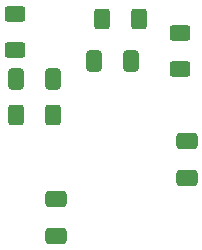
<source format=gtp>
%TF.GenerationSoftware,KiCad,Pcbnew,8.0.5*%
%TF.CreationDate,2025-01-13T21:43:40-08:00*%
%TF.ProjectId,hyperion,68797065-7269-46f6-9e2e-6b696361645f,rev?*%
%TF.SameCoordinates,Original*%
%TF.FileFunction,Paste,Top*%
%TF.FilePolarity,Positive*%
%FSLAX46Y46*%
G04 Gerber Fmt 4.6, Leading zero omitted, Abs format (unit mm)*
G04 Created by KiCad (PCBNEW 8.0.5) date 2025-01-13 21:43:40*
%MOMM*%
%LPD*%
G01*
G04 APERTURE LIST*
G04 Aperture macros list*
%AMRoundRect*
0 Rectangle with rounded corners*
0 $1 Rounding radius*
0 $2 $3 $4 $5 $6 $7 $8 $9 X,Y pos of 4 corners*
0 Add a 4 corners polygon primitive as box body*
4,1,4,$2,$3,$4,$5,$6,$7,$8,$9,$2,$3,0*
0 Add four circle primitives for the rounded corners*
1,1,$1+$1,$2,$3*
1,1,$1+$1,$4,$5*
1,1,$1+$1,$6,$7*
1,1,$1+$1,$8,$9*
0 Add four rect primitives between the rounded corners*
20,1,$1+$1,$2,$3,$4,$5,0*
20,1,$1+$1,$4,$5,$6,$7,0*
20,1,$1+$1,$6,$7,$8,$9,0*
20,1,$1+$1,$8,$9,$2,$3,0*%
G04 Aperture macros list end*
%ADD10RoundRect,0.250000X-0.412500X-0.650000X0.412500X-0.650000X0.412500X0.650000X-0.412500X0.650000X0*%
%ADD11RoundRect,0.250000X-0.625000X0.400000X-0.625000X-0.400000X0.625000X-0.400000X0.625000X0.400000X0*%
%ADD12RoundRect,0.250000X-0.400000X-0.625000X0.400000X-0.625000X0.400000X0.625000X-0.400000X0.625000X0*%
%ADD13RoundRect,0.250000X0.650000X-0.412500X0.650000X0.412500X-0.650000X0.412500X-0.650000X-0.412500X0*%
%ADD14RoundRect,0.250000X0.625000X-0.400000X0.625000X0.400000X-0.625000X0.400000X-0.625000X-0.400000X0*%
%ADD15RoundRect,0.250000X0.400000X0.625000X-0.400000X0.625000X-0.400000X-0.625000X0.400000X-0.625000X0*%
%ADD16RoundRect,0.250000X-0.650000X0.412500X-0.650000X-0.412500X0.650000X-0.412500X0.650000X0.412500X0*%
G04 APERTURE END LIST*
D10*
%TO.C,C2*%
X131752500Y-110810000D03*
X128627500Y-110810000D03*
%TD*%
D11*
%TO.C,R5*%
X142470000Y-110020000D03*
X142470000Y-106920000D03*
%TD*%
D12*
%TO.C,R2*%
X128650000Y-113890000D03*
X131750000Y-113890000D03*
%TD*%
D10*
%TO.C,C3*%
X135247500Y-109350000D03*
X138372500Y-109350000D03*
%TD*%
D13*
%TO.C,C1*%
X131978400Y-124142900D03*
X131978400Y-121017900D03*
%TD*%
D14*
%TO.C,R3*%
X128540000Y-105300000D03*
X128540000Y-108400000D03*
%TD*%
D15*
%TO.C,R4*%
X135930000Y-105740000D03*
X139030000Y-105740000D03*
%TD*%
D16*
%TO.C,C4*%
X143103600Y-116078000D03*
X143103600Y-119203000D03*
%TD*%
M02*

</source>
